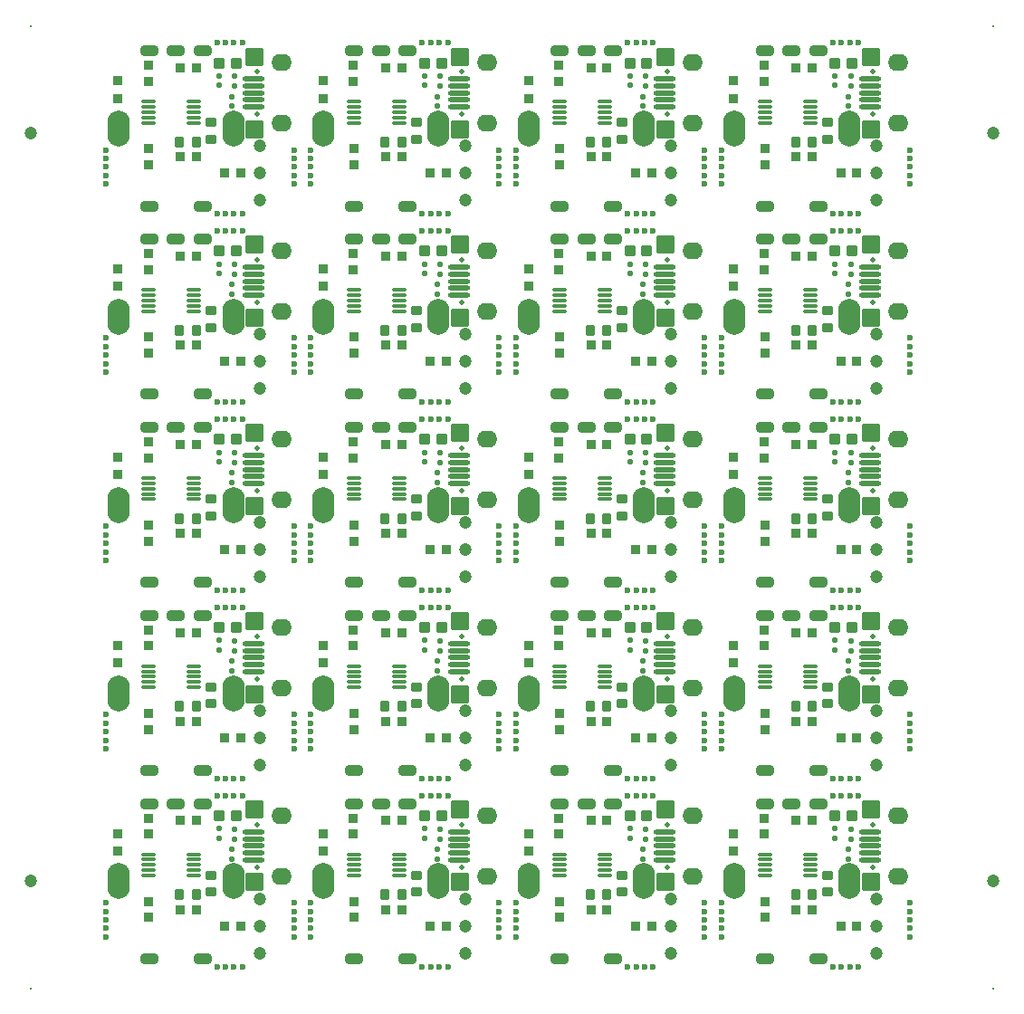
<source format=gbr>
%TF.GenerationSoftware,Altium Limited,Altium Designer,20.1.8 (145)*%
G04 Layer_Color=16711935*
%FSLAX45Y45*%
%MOMM*%
%TF.SameCoordinates,0AB19B83-9B04-4470-A1CB-4E81E99A1085*%
%TF.FilePolarity,Negative*%
%TF.FileFunction,Soldermask,Bot*%
%TF.Part,CustomerPanel*%
G01*
G75*
%TA.AperFunction,WasherPad*%
%ADD11C,0.60000*%
%TA.AperFunction,SMDPad,CuDef*%
%ADD37C,1.20320*%
%ADD38O,1.35000X0.40000*%
G04:AMPARAMS|DCode=39|XSize=1.7mm|YSize=1.7mm|CornerRadius=0.058mm|HoleSize=0mm|Usage=FLASHONLY|Rotation=270.000|XOffset=0mm|YOffset=0mm|HoleType=Round|Shape=RoundedRectangle|*
%AMROUNDEDRECTD39*
21,1,1.70000,1.58400,0,0,270.0*
21,1,1.58400,1.70000,0,0,270.0*
1,1,0.11600,-0.79200,-0.79200*
1,1,0.11600,-0.79200,0.79200*
1,1,0.11600,0.79200,0.79200*
1,1,0.11600,0.79200,-0.79200*
%
%ADD39ROUNDEDRECTD39*%
%TA.AperFunction,ConnectorPad*%
G04:AMPARAMS|DCode=40|XSize=0.45mm|YSize=2.1mm|CornerRadius=0.225mm|HoleSize=0mm|Usage=FLASHONLY|Rotation=270.000|XOffset=0mm|YOffset=0mm|HoleType=Round|Shape=RoundedRectangle|*
%AMROUNDEDRECTD40*
21,1,0.45000,1.65000,0,0,270.0*
21,1,0.00000,2.10000,0,0,270.0*
1,1,0.45000,-0.82500,0.00000*
1,1,0.45000,-0.82500,0.00000*
1,1,0.45000,0.82500,0.00000*
1,1,0.45000,0.82500,0.00000*
%
%ADD40ROUNDEDRECTD40*%
%TA.AperFunction,SMDPad,CuDef*%
G04:AMPARAMS|DCode=41|XSize=0.9mm|YSize=0.8mm|CornerRadius=0.0535mm|HoleSize=0mm|Usage=FLASHONLY|Rotation=0.000|XOffset=0mm|YOffset=0mm|HoleType=Round|Shape=RoundedRectangle|*
%AMROUNDEDRECTD41*
21,1,0.90000,0.69300,0,0,0.0*
21,1,0.79300,0.80000,0,0,0.0*
1,1,0.10700,0.39650,-0.34650*
1,1,0.10700,-0.39650,-0.34650*
1,1,0.10700,-0.39650,0.34650*
1,1,0.10700,0.39650,0.34650*
%
%ADD41ROUNDEDRECTD41*%
G04:AMPARAMS|DCode=42|XSize=0.95mm|YSize=0.85mm|CornerRadius=0.05375mm|HoleSize=0mm|Usage=FLASHONLY|Rotation=270.000|XOffset=0mm|YOffset=0mm|HoleType=Round|Shape=RoundedRectangle|*
%AMROUNDEDRECTD42*
21,1,0.95000,0.74250,0,0,270.0*
21,1,0.84250,0.85000,0,0,270.0*
1,1,0.10750,-0.37125,-0.42125*
1,1,0.10750,-0.37125,0.42125*
1,1,0.10750,0.37125,0.42125*
1,1,0.10750,0.37125,-0.42125*
%
%ADD42ROUNDEDRECTD42*%
G04:AMPARAMS|DCode=43|XSize=0.95mm|YSize=0.85mm|CornerRadius=0.05375mm|HoleSize=0mm|Usage=FLASHONLY|Rotation=0.000|XOffset=0mm|YOffset=0mm|HoleType=Round|Shape=RoundedRectangle|*
%AMROUNDEDRECTD43*
21,1,0.95000,0.74250,0,0,0.0*
21,1,0.84250,0.85000,0,0,0.0*
1,1,0.10750,0.42125,-0.37125*
1,1,0.10750,-0.42125,-0.37125*
1,1,0.10750,-0.42125,0.37125*
1,1,0.10750,0.42125,0.37125*
%
%ADD43ROUNDEDRECTD43*%
G04:AMPARAMS|DCode=44|XSize=0.9mm|YSize=0.8mm|CornerRadius=0.0535mm|HoleSize=0mm|Usage=FLASHONLY|Rotation=90.000|XOffset=0mm|YOffset=0mm|HoleType=Round|Shape=RoundedRectangle|*
%AMROUNDEDRECTD44*
21,1,0.90000,0.69300,0,0,90.0*
21,1,0.79300,0.80000,0,0,90.0*
1,1,0.10700,0.34650,0.39650*
1,1,0.10700,0.34650,-0.39650*
1,1,0.10700,-0.34650,-0.39650*
1,1,0.10700,-0.34650,0.39650*
%
%ADD44ROUNDEDRECTD44*%
G04:AMPARAMS|DCode=45|XSize=0.5mm|YSize=0.5mm|CornerRadius=0.052mm|HoleSize=0mm|Usage=FLASHONLY|Rotation=180.000|XOffset=0mm|YOffset=0mm|HoleType=Round|Shape=RoundedRectangle|*
%AMROUNDEDRECTD45*
21,1,0.50000,0.39600,0,0,180.0*
21,1,0.39600,0.50000,0,0,180.0*
1,1,0.10400,-0.19800,0.19800*
1,1,0.10400,0.19800,0.19800*
1,1,0.10400,0.19800,-0.19800*
1,1,0.10400,-0.19800,-0.19800*
%
%ADD45ROUNDEDRECTD45*%
G04:AMPARAMS|DCode=46|XSize=1mm|YSize=1mm|CornerRadius=0.095mm|HoleSize=0mm|Usage=FLASHONLY|Rotation=180.000|XOffset=0mm|YOffset=0mm|HoleType=Round|Shape=RoundedRectangle|*
%AMROUNDEDRECTD46*
21,1,1.00000,0.81000,0,0,180.0*
21,1,0.81000,1.00000,0,0,180.0*
1,1,0.19000,-0.40500,0.40500*
1,1,0.19000,0.40500,0.40500*
1,1,0.19000,0.40500,-0.40500*
1,1,0.19000,-0.40500,-0.40500*
%
%ADD46ROUNDEDRECTD46*%
%TA.AperFunction,WasherPad*%
%ADD47C,0.29600*%
%TA.AperFunction,ComponentPad*%
%ADD48C,0.50000*%
%ADD49O,1.90000X1.60000*%
G04:AMPARAMS|DCode=50|XSize=1.2mm|YSize=1.2mm|CornerRadius=0.6mm|HoleSize=0mm|Usage=FLASHONLY|Rotation=90.000|XOffset=0mm|YOffset=0mm|HoleType=Round|Shape=RoundedRectangle|*
%AMROUNDEDRECTD50*
21,1,1.20000,0.00000,0,0,90.0*
21,1,0.00000,1.20000,0,0,90.0*
1,1,1.20000,0.00000,0.00000*
1,1,1.20000,0.00000,0.00000*
1,1,1.20000,0.00000,0.00000*
1,1,1.20000,0.00000,0.00000*
%
%ADD50ROUNDEDRECTD50*%
%ADD51O,1.80000X1.10000*%
%ADD52O,2.10000X3.35000*%
G04:AMPARAMS|DCode=53|XSize=2.1mm|YSize=3.35mm|CornerRadius=1.05mm|HoleSize=0mm|Usage=FLASHONLY|Rotation=180.000|XOffset=0mm|YOffset=0mm|HoleType=Round|Shape=RoundedRectangle|*
%AMROUNDEDRECTD53*
21,1,2.10000,1.25000,0,0,180.0*
21,1,0.00000,3.35000,0,0,180.0*
1,1,2.10000,0.00000,0.62500*
1,1,2.10000,0.00000,0.62500*
1,1,2.10000,0.00000,-0.62500*
1,1,2.10000,0.00000,-0.62500*
%
%ADD53ROUNDEDRECTD53*%
D11*
X8000000Y2300000D02*
D03*
X8080000D02*
D03*
X8160000D02*
D03*
X8240000D02*
D03*
X6960000Y980000D02*
D03*
Y1060000D02*
D03*
Y1140000D02*
D03*
Y1220000D02*
D03*
Y1300000D02*
D03*
X8720000Y1060000D02*
D03*
Y1300000D02*
D03*
Y1140000D02*
D03*
Y1220000D02*
D03*
Y980000D02*
D03*
X8240000Y700000D02*
D03*
X8160000D02*
D03*
X8080000D02*
D03*
X8000000D02*
D03*
X6080000D02*
D03*
X6160000D02*
D03*
X6240000D02*
D03*
X6320000D02*
D03*
X6800000Y980000D02*
D03*
Y1220000D02*
D03*
Y1140000D02*
D03*
Y1300000D02*
D03*
Y1060000D02*
D03*
X5040000Y1300000D02*
D03*
Y1220000D02*
D03*
Y1140000D02*
D03*
Y1060000D02*
D03*
Y980000D02*
D03*
X6320000Y2300000D02*
D03*
X6240000D02*
D03*
X6160000D02*
D03*
X6080000D02*
D03*
X4160000D02*
D03*
X4240000D02*
D03*
X4320000D02*
D03*
X4400000D02*
D03*
X3120000Y980000D02*
D03*
Y1060000D02*
D03*
Y1140000D02*
D03*
Y1220000D02*
D03*
Y1300000D02*
D03*
X4880000Y1060000D02*
D03*
Y1300000D02*
D03*
Y1140000D02*
D03*
Y1220000D02*
D03*
Y980000D02*
D03*
X4400000Y700000D02*
D03*
X4320000D02*
D03*
X4240000D02*
D03*
X4160000D02*
D03*
X2240000D02*
D03*
X2320000D02*
D03*
X2400000D02*
D03*
X2480000D02*
D03*
X2960000Y980000D02*
D03*
Y1220000D02*
D03*
Y1140000D02*
D03*
Y1300000D02*
D03*
Y1060000D02*
D03*
X1200000Y1300000D02*
D03*
Y1220000D02*
D03*
Y1140000D02*
D03*
Y1060000D02*
D03*
Y980000D02*
D03*
X2480000Y2300000D02*
D03*
X2400000D02*
D03*
X2320000D02*
D03*
X2240000D02*
D03*
X8000000Y5820000D02*
D03*
X8080000D02*
D03*
X8160000D02*
D03*
X8240000D02*
D03*
X6960000Y4500000D02*
D03*
Y4580000D02*
D03*
Y4660000D02*
D03*
Y4740000D02*
D03*
Y4820000D02*
D03*
X8720000Y4580000D02*
D03*
Y4820000D02*
D03*
Y4660000D02*
D03*
Y4740000D02*
D03*
Y4500000D02*
D03*
X8240000Y4220000D02*
D03*
X8160000D02*
D03*
X8080000D02*
D03*
X8000000D02*
D03*
Y2460000D02*
D03*
X8080000D02*
D03*
X8160000D02*
D03*
X8240000D02*
D03*
X8720000Y2740000D02*
D03*
Y2980000D02*
D03*
Y2900000D02*
D03*
Y3060000D02*
D03*
Y2820000D02*
D03*
X6960000Y3060000D02*
D03*
Y2980000D02*
D03*
Y2900000D02*
D03*
Y2820000D02*
D03*
Y2740000D02*
D03*
X8240000Y4060000D02*
D03*
X8160000D02*
D03*
X8080000D02*
D03*
X8000000D02*
D03*
X6080000Y4220000D02*
D03*
X6160000D02*
D03*
X6240000D02*
D03*
X6320000D02*
D03*
X6800000Y4500000D02*
D03*
Y4740000D02*
D03*
Y4660000D02*
D03*
Y4820000D02*
D03*
Y4580000D02*
D03*
X5040000Y4820000D02*
D03*
Y4740000D02*
D03*
Y4660000D02*
D03*
Y4580000D02*
D03*
Y4500000D02*
D03*
X6320000Y5820000D02*
D03*
X6240000D02*
D03*
X6160000D02*
D03*
X6080000D02*
D03*
Y2460000D02*
D03*
X6160000D02*
D03*
X6240000D02*
D03*
X6320000D02*
D03*
X6800000Y2740000D02*
D03*
Y2980000D02*
D03*
Y2900000D02*
D03*
Y3060000D02*
D03*
Y2820000D02*
D03*
X5040000Y3060000D02*
D03*
Y2980000D02*
D03*
Y2900000D02*
D03*
Y2820000D02*
D03*
Y2740000D02*
D03*
X6320000Y4060000D02*
D03*
X6240000D02*
D03*
X6160000D02*
D03*
X6080000D02*
D03*
X4160000Y5820000D02*
D03*
X4240000D02*
D03*
X4320000D02*
D03*
X4400000D02*
D03*
X3120000Y4500000D02*
D03*
Y4580000D02*
D03*
Y4660000D02*
D03*
Y4740000D02*
D03*
Y4820000D02*
D03*
X4880000Y4580000D02*
D03*
Y4820000D02*
D03*
Y4660000D02*
D03*
Y4740000D02*
D03*
Y4500000D02*
D03*
X4400000Y4220000D02*
D03*
X4320000D02*
D03*
X4240000D02*
D03*
X4160000D02*
D03*
Y2460000D02*
D03*
X4240000D02*
D03*
X4320000D02*
D03*
X4400000D02*
D03*
X4880000Y2740000D02*
D03*
Y2980000D02*
D03*
Y2900000D02*
D03*
Y3060000D02*
D03*
Y2820000D02*
D03*
X3120000Y3060000D02*
D03*
Y2980000D02*
D03*
Y2900000D02*
D03*
Y2820000D02*
D03*
Y2740000D02*
D03*
X4400000Y4060000D02*
D03*
X4320000D02*
D03*
X4240000D02*
D03*
X4160000D02*
D03*
X2240000Y4220000D02*
D03*
X2320000D02*
D03*
X2400000D02*
D03*
X2480000D02*
D03*
X2960000Y4500000D02*
D03*
Y4740000D02*
D03*
Y4660000D02*
D03*
Y4820000D02*
D03*
Y4580000D02*
D03*
X1200000Y4820000D02*
D03*
Y4740000D02*
D03*
Y4660000D02*
D03*
Y4580000D02*
D03*
Y4500000D02*
D03*
X2480000Y5820000D02*
D03*
X2400000D02*
D03*
X2320000D02*
D03*
X2240000D02*
D03*
Y2460000D02*
D03*
X2320000D02*
D03*
X2400000D02*
D03*
X2480000D02*
D03*
X2960000Y2740000D02*
D03*
Y2980000D02*
D03*
Y2900000D02*
D03*
Y3060000D02*
D03*
Y2820000D02*
D03*
X1200000Y3060000D02*
D03*
Y2980000D02*
D03*
Y2900000D02*
D03*
Y2820000D02*
D03*
Y2740000D02*
D03*
X2480000Y4060000D02*
D03*
X2400000D02*
D03*
X2320000D02*
D03*
X2240000D02*
D03*
X4160000Y9340000D02*
D03*
X4240000D02*
D03*
X4320000D02*
D03*
X4400000D02*
D03*
X3120000Y8020000D02*
D03*
Y8100000D02*
D03*
Y8180000D02*
D03*
Y8260000D02*
D03*
Y8340000D02*
D03*
X4880000Y8100000D02*
D03*
Y8340000D02*
D03*
Y8180000D02*
D03*
Y8260000D02*
D03*
Y8020000D02*
D03*
X4400000Y7740000D02*
D03*
X4320000D02*
D03*
X4240000D02*
D03*
X4160000D02*
D03*
Y5980000D02*
D03*
X4240000D02*
D03*
X4320000D02*
D03*
X4400000D02*
D03*
X4880000Y6260000D02*
D03*
Y6500000D02*
D03*
Y6420000D02*
D03*
Y6580000D02*
D03*
Y6340000D02*
D03*
X3120000Y6580000D02*
D03*
Y6500000D02*
D03*
Y6420000D02*
D03*
Y6340000D02*
D03*
Y6260000D02*
D03*
X4400000Y7580000D02*
D03*
X4320000D02*
D03*
X4240000D02*
D03*
X4160000D02*
D03*
X2240000Y7740000D02*
D03*
X2320000D02*
D03*
X2400000D02*
D03*
X2480000D02*
D03*
X2960000Y8020000D02*
D03*
Y8260000D02*
D03*
Y8180000D02*
D03*
Y8340000D02*
D03*
Y8100000D02*
D03*
X1200000Y8340000D02*
D03*
Y8260000D02*
D03*
Y8180000D02*
D03*
Y8100000D02*
D03*
Y8020000D02*
D03*
X2480000Y9340000D02*
D03*
X2400000D02*
D03*
X2320000D02*
D03*
X2240000D02*
D03*
Y5980000D02*
D03*
X2320000D02*
D03*
X2400000D02*
D03*
X2480000D02*
D03*
X2960000Y6260000D02*
D03*
Y6500000D02*
D03*
Y6420000D02*
D03*
Y6580000D02*
D03*
Y6340000D02*
D03*
X1200000Y6580000D02*
D03*
Y6500000D02*
D03*
Y6420000D02*
D03*
Y6340000D02*
D03*
Y6260000D02*
D03*
X2480000Y7580000D02*
D03*
X2400000D02*
D03*
X2320000D02*
D03*
X2240000D02*
D03*
X6080000D02*
D03*
X6160000D02*
D03*
X6240000D02*
D03*
X6320000D02*
D03*
X5040000Y6260000D02*
D03*
Y6340000D02*
D03*
Y6420000D02*
D03*
Y6500000D02*
D03*
Y6580000D02*
D03*
X6800000Y6340000D02*
D03*
Y6580000D02*
D03*
Y6420000D02*
D03*
Y6500000D02*
D03*
Y6260000D02*
D03*
X6320000Y5980000D02*
D03*
X6240000D02*
D03*
X6160000D02*
D03*
X6080000D02*
D03*
Y9340000D02*
D03*
X6160000D02*
D03*
X6240000D02*
D03*
X6320000D02*
D03*
X5040000Y8020000D02*
D03*
Y8100000D02*
D03*
Y8180000D02*
D03*
Y8260000D02*
D03*
Y8340000D02*
D03*
X6800000Y8100000D02*
D03*
Y8340000D02*
D03*
Y8180000D02*
D03*
Y8260000D02*
D03*
Y8020000D02*
D03*
X6320000Y7740000D02*
D03*
X6240000D02*
D03*
X6160000D02*
D03*
X6080000D02*
D03*
X8000000Y7580000D02*
D03*
X8080000D02*
D03*
X8160000D02*
D03*
X8240000D02*
D03*
X6960000Y6260000D02*
D03*
Y6340000D02*
D03*
Y6420000D02*
D03*
Y6500000D02*
D03*
Y6580000D02*
D03*
X8720000Y6340000D02*
D03*
Y6580000D02*
D03*
Y6420000D02*
D03*
Y6500000D02*
D03*
Y6260000D02*
D03*
X8240000Y5980000D02*
D03*
X8160000D02*
D03*
X8080000D02*
D03*
X8000000D02*
D03*
Y7740000D02*
D03*
X8080000D02*
D03*
X8160000D02*
D03*
X8240000D02*
D03*
X8720000Y8020000D02*
D03*
Y8260000D02*
D03*
Y8180000D02*
D03*
Y8340000D02*
D03*
Y8100000D02*
D03*
X6960000Y8340000D02*
D03*
Y8260000D02*
D03*
Y8180000D02*
D03*
Y8100000D02*
D03*
Y8020000D02*
D03*
X8240000Y9340000D02*
D03*
X8160000D02*
D03*
X8080000D02*
D03*
X8000000D02*
D03*
D37*
X9500000Y8500000D02*
D03*
X500000D02*
D03*
X9500000Y1500000D02*
D03*
X500000D02*
D03*
D38*
X2027140Y1753300D02*
D03*
Y1703300D02*
D03*
Y1653300D02*
D03*
Y1603300D02*
D03*
Y1553300D02*
D03*
X1602141Y1753300D02*
D03*
Y1703300D02*
D03*
Y1653300D02*
D03*
Y1603300D02*
D03*
Y1553300D02*
D03*
X3947140Y1753300D02*
D03*
Y1703300D02*
D03*
Y1653300D02*
D03*
Y1603300D02*
D03*
Y1553300D02*
D03*
X3522141Y1753300D02*
D03*
Y1703300D02*
D03*
Y1653300D02*
D03*
Y1603300D02*
D03*
Y1553300D02*
D03*
X5867140Y1753300D02*
D03*
Y1703300D02*
D03*
Y1653300D02*
D03*
Y1603300D02*
D03*
Y1553300D02*
D03*
X5442140Y1753300D02*
D03*
Y1703300D02*
D03*
Y1653300D02*
D03*
Y1603300D02*
D03*
Y1553300D02*
D03*
X7787140Y1753300D02*
D03*
Y1703300D02*
D03*
Y1653300D02*
D03*
Y1603300D02*
D03*
Y1553300D02*
D03*
X7362140Y1753300D02*
D03*
Y1703300D02*
D03*
Y1653300D02*
D03*
Y1603300D02*
D03*
Y1553300D02*
D03*
X2027140Y3513300D02*
D03*
Y3463300D02*
D03*
Y3413300D02*
D03*
Y3363300D02*
D03*
Y3313300D02*
D03*
X1602141Y3513300D02*
D03*
Y3463300D02*
D03*
Y3413300D02*
D03*
Y3363300D02*
D03*
Y3313300D02*
D03*
X3947140Y3513300D02*
D03*
Y3463300D02*
D03*
Y3413300D02*
D03*
Y3363300D02*
D03*
Y3313300D02*
D03*
X3522141Y3513300D02*
D03*
Y3463300D02*
D03*
Y3413300D02*
D03*
Y3363300D02*
D03*
Y3313300D02*
D03*
X5867140Y3513300D02*
D03*
Y3463300D02*
D03*
Y3413300D02*
D03*
Y3363300D02*
D03*
Y3313300D02*
D03*
X5442140Y3513300D02*
D03*
Y3463300D02*
D03*
Y3413300D02*
D03*
Y3363300D02*
D03*
Y3313300D02*
D03*
X7787140Y3513300D02*
D03*
Y3463300D02*
D03*
Y3413300D02*
D03*
Y3363300D02*
D03*
Y3313300D02*
D03*
X7362140Y3513300D02*
D03*
Y3463300D02*
D03*
Y3413300D02*
D03*
Y3363300D02*
D03*
Y3313300D02*
D03*
X2027140Y5273300D02*
D03*
Y5223300D02*
D03*
Y5173300D02*
D03*
Y5123300D02*
D03*
Y5073300D02*
D03*
X1602141Y5273300D02*
D03*
Y5223300D02*
D03*
Y5173300D02*
D03*
Y5123300D02*
D03*
Y5073300D02*
D03*
X3947140Y5273300D02*
D03*
Y5223300D02*
D03*
Y5173300D02*
D03*
Y5123300D02*
D03*
Y5073300D02*
D03*
X3522141Y5273300D02*
D03*
Y5223300D02*
D03*
Y5173300D02*
D03*
Y5123300D02*
D03*
Y5073300D02*
D03*
X5867140Y5273300D02*
D03*
Y5223300D02*
D03*
Y5173300D02*
D03*
Y5123300D02*
D03*
Y5073300D02*
D03*
X5442140Y5273300D02*
D03*
Y5223300D02*
D03*
Y5173300D02*
D03*
Y5123300D02*
D03*
Y5073300D02*
D03*
X7787140Y5273300D02*
D03*
Y5223300D02*
D03*
Y5173300D02*
D03*
Y5123300D02*
D03*
Y5073300D02*
D03*
X7362140Y5273300D02*
D03*
Y5223300D02*
D03*
Y5173300D02*
D03*
Y5123300D02*
D03*
Y5073300D02*
D03*
X2027140Y7033300D02*
D03*
Y6983300D02*
D03*
Y6933300D02*
D03*
Y6883300D02*
D03*
Y6833300D02*
D03*
X1602141Y7033300D02*
D03*
Y6983300D02*
D03*
Y6933300D02*
D03*
Y6883300D02*
D03*
Y6833300D02*
D03*
X3947140Y7033300D02*
D03*
Y6983300D02*
D03*
Y6933300D02*
D03*
Y6883300D02*
D03*
Y6833300D02*
D03*
X3522141Y7033300D02*
D03*
Y6983300D02*
D03*
Y6933300D02*
D03*
Y6883300D02*
D03*
Y6833300D02*
D03*
X5867140Y7033300D02*
D03*
Y6983300D02*
D03*
Y6933300D02*
D03*
Y6883300D02*
D03*
Y6833300D02*
D03*
X5442140Y7033300D02*
D03*
Y6983300D02*
D03*
Y6933300D02*
D03*
Y6883300D02*
D03*
Y6833300D02*
D03*
X7787140Y7033300D02*
D03*
Y6983300D02*
D03*
Y6933300D02*
D03*
Y6883300D02*
D03*
Y6833300D02*
D03*
X7362140Y7033300D02*
D03*
Y6983300D02*
D03*
Y6933300D02*
D03*
Y6883300D02*
D03*
Y6833300D02*
D03*
X2027140Y8793300D02*
D03*
Y8743300D02*
D03*
Y8693300D02*
D03*
Y8643300D02*
D03*
Y8593300D02*
D03*
X1602141Y8793300D02*
D03*
Y8743300D02*
D03*
Y8693300D02*
D03*
Y8643300D02*
D03*
Y8593300D02*
D03*
X3947140Y8793300D02*
D03*
Y8743300D02*
D03*
Y8693300D02*
D03*
Y8643300D02*
D03*
Y8593300D02*
D03*
X3522141Y8793300D02*
D03*
Y8743300D02*
D03*
Y8693300D02*
D03*
Y8643300D02*
D03*
Y8593300D02*
D03*
X5867140Y8793300D02*
D03*
Y8743300D02*
D03*
Y8693300D02*
D03*
Y8643300D02*
D03*
Y8593300D02*
D03*
X5442140Y8793300D02*
D03*
Y8743300D02*
D03*
Y8693300D02*
D03*
Y8643300D02*
D03*
Y8593300D02*
D03*
X7787140Y8793300D02*
D03*
Y8743300D02*
D03*
Y8693300D02*
D03*
Y8643300D02*
D03*
Y8593300D02*
D03*
X7362140Y8793300D02*
D03*
Y8743300D02*
D03*
Y8693300D02*
D03*
Y8643300D02*
D03*
Y8593300D02*
D03*
D39*
X2593480Y1492000D02*
D03*
Y2172000D02*
D03*
X4513480Y1492000D02*
D03*
Y2172000D02*
D03*
X6433480Y1492000D02*
D03*
Y2172000D02*
D03*
X8353480Y1492000D02*
D03*
Y2172000D02*
D03*
X2593480Y3252000D02*
D03*
Y3932000D02*
D03*
X4513480Y3252000D02*
D03*
Y3932000D02*
D03*
X6433480Y3252000D02*
D03*
Y3932000D02*
D03*
X8353480Y3252000D02*
D03*
Y3932000D02*
D03*
X2593480Y5012000D02*
D03*
Y5692000D02*
D03*
X4513480Y5012000D02*
D03*
Y5692000D02*
D03*
X6433480Y5012000D02*
D03*
Y5692000D02*
D03*
X8353480Y5012000D02*
D03*
Y5692000D02*
D03*
X2593480Y6772000D02*
D03*
Y7452000D02*
D03*
X4513480Y6772000D02*
D03*
Y7452000D02*
D03*
X6433480Y6772000D02*
D03*
Y7452000D02*
D03*
X8353480Y6772000D02*
D03*
Y7452000D02*
D03*
X2593480Y8532000D02*
D03*
Y9212000D02*
D03*
X4513480Y8532000D02*
D03*
Y9212000D02*
D03*
X6433480Y8532000D02*
D03*
Y9212000D02*
D03*
X8353480Y8532000D02*
D03*
Y9212000D02*
D03*
D40*
X2585980Y1702000D02*
D03*
Y1767000D02*
D03*
Y1832000D02*
D03*
Y1962000D02*
D03*
Y1897000D02*
D03*
X4505980Y1702000D02*
D03*
Y1767000D02*
D03*
Y1832000D02*
D03*
Y1962000D02*
D03*
Y1897000D02*
D03*
X6425980Y1702000D02*
D03*
Y1767000D02*
D03*
Y1832000D02*
D03*
Y1962000D02*
D03*
Y1897000D02*
D03*
X8345980Y1702000D02*
D03*
Y1767000D02*
D03*
Y1832000D02*
D03*
Y1962000D02*
D03*
Y1897000D02*
D03*
X2585980Y3462000D02*
D03*
Y3527000D02*
D03*
Y3592000D02*
D03*
Y3722000D02*
D03*
Y3657000D02*
D03*
X4505980Y3462000D02*
D03*
Y3527000D02*
D03*
Y3592000D02*
D03*
Y3722000D02*
D03*
Y3657000D02*
D03*
X6425980Y3462000D02*
D03*
Y3527000D02*
D03*
Y3592000D02*
D03*
Y3722000D02*
D03*
Y3657000D02*
D03*
X8345980Y3462000D02*
D03*
Y3527000D02*
D03*
Y3592000D02*
D03*
Y3722000D02*
D03*
Y3657000D02*
D03*
X2585980Y5222000D02*
D03*
Y5287000D02*
D03*
Y5352000D02*
D03*
Y5482000D02*
D03*
Y5417000D02*
D03*
X4505980Y5222000D02*
D03*
Y5287000D02*
D03*
Y5352000D02*
D03*
Y5482000D02*
D03*
Y5417000D02*
D03*
X6425980Y5222000D02*
D03*
Y5287000D02*
D03*
Y5352000D02*
D03*
Y5482000D02*
D03*
Y5417000D02*
D03*
X8345980Y5222000D02*
D03*
Y5287000D02*
D03*
Y5352000D02*
D03*
Y5482000D02*
D03*
Y5417000D02*
D03*
X2585980Y6982000D02*
D03*
Y7047000D02*
D03*
Y7112000D02*
D03*
Y7242000D02*
D03*
Y7177000D02*
D03*
X4505980Y6982000D02*
D03*
Y7047000D02*
D03*
Y7112000D02*
D03*
Y7242000D02*
D03*
Y7177000D02*
D03*
X6425980Y6982000D02*
D03*
Y7047000D02*
D03*
Y7112000D02*
D03*
Y7242000D02*
D03*
Y7177000D02*
D03*
X8345980Y6982000D02*
D03*
Y7047000D02*
D03*
Y7112000D02*
D03*
Y7242000D02*
D03*
Y7177000D02*
D03*
X2585980Y8742000D02*
D03*
Y8807000D02*
D03*
Y8872000D02*
D03*
Y9002000D02*
D03*
Y8937000D02*
D03*
X4505980Y8742000D02*
D03*
Y8807000D02*
D03*
Y8872000D02*
D03*
Y9002000D02*
D03*
Y8937000D02*
D03*
X6425980Y8742000D02*
D03*
Y8807000D02*
D03*
Y8872000D02*
D03*
Y9002000D02*
D03*
Y8937000D02*
D03*
X8345980Y8742000D02*
D03*
Y8807000D02*
D03*
Y8872000D02*
D03*
Y9002000D02*
D03*
Y8937000D02*
D03*
D41*
X1313780Y1948165D02*
D03*
Y1783165D02*
D03*
X1602141Y1311776D02*
D03*
Y1161775D02*
D03*
X1597800Y2092125D02*
D03*
Y1942125D02*
D03*
X3233780Y1948165D02*
D03*
Y1783165D02*
D03*
X3522141Y1311776D02*
D03*
Y1161775D02*
D03*
X3517800Y2092125D02*
D03*
Y1942125D02*
D03*
X5153780Y1948165D02*
D03*
Y1783165D02*
D03*
X5442140Y1311776D02*
D03*
Y1161775D02*
D03*
X5437800Y2092125D02*
D03*
Y1942125D02*
D03*
X7073780Y1948165D02*
D03*
Y1783165D02*
D03*
X7362140Y1311776D02*
D03*
Y1161775D02*
D03*
X7357800Y2092125D02*
D03*
Y1942125D02*
D03*
X1313780Y3708165D02*
D03*
Y3543165D02*
D03*
X1602141Y3071776D02*
D03*
Y2921775D02*
D03*
X1597800Y3852125D02*
D03*
Y3702125D02*
D03*
X3233780Y3708165D02*
D03*
Y3543165D02*
D03*
X3522141Y3071776D02*
D03*
Y2921775D02*
D03*
X3517800Y3852125D02*
D03*
Y3702125D02*
D03*
X5153780Y3708165D02*
D03*
Y3543165D02*
D03*
X5442140Y3071776D02*
D03*
Y2921775D02*
D03*
X5437800Y3852125D02*
D03*
Y3702125D02*
D03*
X7073780Y3708165D02*
D03*
Y3543165D02*
D03*
X7362140Y3071776D02*
D03*
Y2921775D02*
D03*
X7357800Y3852125D02*
D03*
Y3702125D02*
D03*
X1313780Y5468165D02*
D03*
Y5303165D02*
D03*
X1602141Y4831776D02*
D03*
Y4681775D02*
D03*
X1597800Y5612125D02*
D03*
Y5462125D02*
D03*
X3233780Y5468165D02*
D03*
Y5303165D02*
D03*
X3522141Y4831776D02*
D03*
Y4681775D02*
D03*
X3517800Y5612125D02*
D03*
Y5462125D02*
D03*
X5153780Y5468165D02*
D03*
Y5303165D02*
D03*
X5442140Y4831776D02*
D03*
Y4681775D02*
D03*
X5437800Y5612125D02*
D03*
Y5462125D02*
D03*
X7073780Y5468165D02*
D03*
Y5303165D02*
D03*
X7362140Y4831776D02*
D03*
Y4681775D02*
D03*
X7357800Y5612125D02*
D03*
Y5462125D02*
D03*
X1313780Y7228165D02*
D03*
Y7063165D02*
D03*
X1602141Y6591776D02*
D03*
Y6441776D02*
D03*
X1597800Y7372125D02*
D03*
Y7222125D02*
D03*
X3233780Y7228165D02*
D03*
Y7063165D02*
D03*
X3522141Y6591776D02*
D03*
Y6441776D02*
D03*
X3517800Y7372125D02*
D03*
Y7222125D02*
D03*
X5153780Y7228165D02*
D03*
Y7063165D02*
D03*
X5442140Y6591776D02*
D03*
Y6441776D02*
D03*
X5437800Y7372125D02*
D03*
Y7222125D02*
D03*
X7073780Y7228165D02*
D03*
Y7063165D02*
D03*
X7362140Y6591776D02*
D03*
Y6441776D02*
D03*
X7357800Y7372125D02*
D03*
Y7222125D02*
D03*
X1313780Y8988165D02*
D03*
Y8823165D02*
D03*
X1602141Y8351776D02*
D03*
Y8201776D02*
D03*
X1597800Y9132125D02*
D03*
Y8982125D02*
D03*
X3233780Y8988165D02*
D03*
Y8823165D02*
D03*
X3522141Y8351776D02*
D03*
Y8201776D02*
D03*
X3517800Y9132125D02*
D03*
Y8982125D02*
D03*
X5153780Y8988165D02*
D03*
Y8823165D02*
D03*
X5442140Y8351776D02*
D03*
Y8201776D02*
D03*
X5437800Y9132125D02*
D03*
Y8982125D02*
D03*
X7073780Y8988165D02*
D03*
Y8823165D02*
D03*
X7362140Y8351776D02*
D03*
Y8201776D02*
D03*
X7357800Y9132125D02*
D03*
Y8982125D02*
D03*
D42*
X2047080Y1374127D02*
D03*
X1892081D02*
D03*
X3967080D02*
D03*
X3812081D02*
D03*
X5887080D02*
D03*
X5732080D02*
D03*
X7807080D02*
D03*
X7652080D02*
D03*
X2047080Y3134127D02*
D03*
X1892081D02*
D03*
X3967080D02*
D03*
X3812081D02*
D03*
X5887080D02*
D03*
X5732080D02*
D03*
X7807080D02*
D03*
X7652080D02*
D03*
X2047080Y4894127D02*
D03*
X1892081D02*
D03*
X3967080D02*
D03*
X3812081D02*
D03*
X5887080D02*
D03*
X5732080D02*
D03*
X7807080D02*
D03*
X7652080D02*
D03*
X2047080Y6654127D02*
D03*
X1892081D02*
D03*
X3967080D02*
D03*
X3812081D02*
D03*
X5887080D02*
D03*
X5732080D02*
D03*
X7807080D02*
D03*
X7652080D02*
D03*
X2047080Y8414127D02*
D03*
X1892081D02*
D03*
X3967080D02*
D03*
X3812081D02*
D03*
X5887080D02*
D03*
X5732080D02*
D03*
X7807080D02*
D03*
X7652080D02*
D03*
D43*
X2187639Y1400011D02*
D03*
Y1555011D02*
D03*
X4107639Y1400011D02*
D03*
Y1555011D02*
D03*
X6027639Y1400011D02*
D03*
Y1555011D02*
D03*
X7947639Y1400011D02*
D03*
Y1555011D02*
D03*
X2187639Y3160011D02*
D03*
Y3315011D02*
D03*
X4107639Y3160011D02*
D03*
Y3315011D02*
D03*
X6027639Y3160011D02*
D03*
Y3315011D02*
D03*
X7947639Y3160011D02*
D03*
Y3315011D02*
D03*
X2187639Y4920011D02*
D03*
Y5075011D02*
D03*
X4107639Y4920011D02*
D03*
Y5075011D02*
D03*
X6027639Y4920011D02*
D03*
Y5075011D02*
D03*
X7947639Y4920011D02*
D03*
Y5075011D02*
D03*
X2187639Y6680011D02*
D03*
Y6835011D02*
D03*
X4107639Y6680011D02*
D03*
Y6835011D02*
D03*
X6027639Y6680011D02*
D03*
Y6835011D02*
D03*
X7947639Y6680011D02*
D03*
Y6835011D02*
D03*
X2187639Y8440011D02*
D03*
Y8595011D02*
D03*
X4107639Y8440011D02*
D03*
Y8595011D02*
D03*
X6027639Y8440011D02*
D03*
Y8595011D02*
D03*
X7947639Y8440011D02*
D03*
Y8595011D02*
D03*
D44*
X1897460Y2067860D02*
D03*
X2047460D02*
D03*
X2463750Y1081000D02*
D03*
X2313750D02*
D03*
X1897080Y1236776D02*
D03*
X2047080D02*
D03*
X3817460Y2067860D02*
D03*
X3967460D02*
D03*
X4383750Y1081000D02*
D03*
X4233750D02*
D03*
X3817080Y1236776D02*
D03*
X3967080D02*
D03*
X5737460Y2067860D02*
D03*
X5887460D02*
D03*
X6303750Y1081000D02*
D03*
X6153750D02*
D03*
X5737080Y1236776D02*
D03*
X5887080D02*
D03*
X7657460Y2067860D02*
D03*
X7807460D02*
D03*
X8223750Y1081000D02*
D03*
X8073750D02*
D03*
X7657080Y1236776D02*
D03*
X7807080D02*
D03*
X1897460Y3827860D02*
D03*
X2047460D02*
D03*
X2463750Y2841000D02*
D03*
X2313750D02*
D03*
X1897080Y2996776D02*
D03*
X2047080D02*
D03*
X3817460Y3827860D02*
D03*
X3967460D02*
D03*
X4383750Y2841000D02*
D03*
X4233750D02*
D03*
X3817080Y2996776D02*
D03*
X3967080D02*
D03*
X5737460Y3827860D02*
D03*
X5887460D02*
D03*
X6303750Y2841000D02*
D03*
X6153750D02*
D03*
X5737080Y2996776D02*
D03*
X5887080D02*
D03*
X7657460Y3827860D02*
D03*
X7807460D02*
D03*
X8223750Y2841000D02*
D03*
X8073750D02*
D03*
X7657080Y2996776D02*
D03*
X7807080D02*
D03*
X1897460Y5587860D02*
D03*
X2047460D02*
D03*
X2463750Y4601000D02*
D03*
X2313750D02*
D03*
X1897080Y4756776D02*
D03*
X2047080D02*
D03*
X3817460Y5587860D02*
D03*
X3967460D02*
D03*
X4383750Y4601000D02*
D03*
X4233750D02*
D03*
X3817080Y4756776D02*
D03*
X3967080D02*
D03*
X5737460Y5587860D02*
D03*
X5887460D02*
D03*
X6303750Y4601000D02*
D03*
X6153750D02*
D03*
X5737080Y4756776D02*
D03*
X5887080D02*
D03*
X7657460Y5587860D02*
D03*
X7807460D02*
D03*
X8223750Y4601000D02*
D03*
X8073750D02*
D03*
X7657080Y4756776D02*
D03*
X7807080D02*
D03*
X1897460Y7347860D02*
D03*
X2047460D02*
D03*
X2463750Y6361000D02*
D03*
X2313750D02*
D03*
X1897080Y6516776D02*
D03*
X2047080D02*
D03*
X3817460Y7347860D02*
D03*
X3967460D02*
D03*
X4383750Y6361000D02*
D03*
X4233750D02*
D03*
X3817080Y6516776D02*
D03*
X3967080D02*
D03*
X5737460Y7347860D02*
D03*
X5887460D02*
D03*
X6303750Y6361000D02*
D03*
X6153750D02*
D03*
X5737080Y6516776D02*
D03*
X5887080D02*
D03*
X7657460Y7347860D02*
D03*
X7807460D02*
D03*
X8223750Y6361000D02*
D03*
X8073750D02*
D03*
X7657080Y6516776D02*
D03*
X7807080D02*
D03*
X1897460Y9107860D02*
D03*
X2047460D02*
D03*
X2463750Y8121000D02*
D03*
X2313750D02*
D03*
X1897080Y8276776D02*
D03*
X2047080D02*
D03*
X3817460Y9107860D02*
D03*
X3967460D02*
D03*
X4383750Y8121000D02*
D03*
X4233750D02*
D03*
X3817080Y8276776D02*
D03*
X3967080D02*
D03*
X5737460Y9107860D02*
D03*
X5887460D02*
D03*
X6303750Y8121000D02*
D03*
X6153750D02*
D03*
X5737080Y8276776D02*
D03*
X5887080D02*
D03*
X7657460Y9107860D02*
D03*
X7807460D02*
D03*
X8223750Y8121000D02*
D03*
X8073750D02*
D03*
X7657080Y8276776D02*
D03*
X7807080D02*
D03*
D45*
X2382848Y1799620D02*
D03*
Y1709620D02*
D03*
X2408248Y1987000D02*
D03*
Y1897000D02*
D03*
X2261440Y1992080D02*
D03*
Y1902080D02*
D03*
X4302848Y1799620D02*
D03*
Y1709620D02*
D03*
X4328248Y1987000D02*
D03*
Y1897000D02*
D03*
X4181440Y1992080D02*
D03*
Y1902080D02*
D03*
X6222848Y1799620D02*
D03*
Y1709620D02*
D03*
X6248248Y1987000D02*
D03*
Y1897000D02*
D03*
X6101440Y1992080D02*
D03*
Y1902080D02*
D03*
X8142848Y1799620D02*
D03*
Y1709620D02*
D03*
X8168248Y1987000D02*
D03*
Y1897000D02*
D03*
X8021440Y1992080D02*
D03*
Y1902080D02*
D03*
X2382848Y3559620D02*
D03*
Y3469620D02*
D03*
X2408248Y3747000D02*
D03*
Y3657000D02*
D03*
X2261440Y3752080D02*
D03*
Y3662080D02*
D03*
X4302848Y3559620D02*
D03*
Y3469620D02*
D03*
X4328248Y3747000D02*
D03*
Y3657000D02*
D03*
X4181440Y3752080D02*
D03*
Y3662080D02*
D03*
X6222848Y3559620D02*
D03*
Y3469620D02*
D03*
X6248248Y3747000D02*
D03*
Y3657000D02*
D03*
X6101440Y3752080D02*
D03*
Y3662080D02*
D03*
X8142848Y3559620D02*
D03*
Y3469620D02*
D03*
X8168248Y3747000D02*
D03*
Y3657000D02*
D03*
X8021440Y3752080D02*
D03*
Y3662080D02*
D03*
X2382848Y5319620D02*
D03*
Y5229620D02*
D03*
X2408248Y5507000D02*
D03*
Y5417000D02*
D03*
X2261440Y5512080D02*
D03*
Y5422080D02*
D03*
X4302848Y5319620D02*
D03*
Y5229620D02*
D03*
X4328248Y5507000D02*
D03*
Y5417000D02*
D03*
X4181440Y5512080D02*
D03*
Y5422080D02*
D03*
X6222848Y5319620D02*
D03*
Y5229620D02*
D03*
X6248248Y5507000D02*
D03*
Y5417000D02*
D03*
X6101440Y5512080D02*
D03*
Y5422080D02*
D03*
X8142848Y5319620D02*
D03*
Y5229620D02*
D03*
X8168248Y5507000D02*
D03*
Y5417000D02*
D03*
X8021440Y5512080D02*
D03*
Y5422080D02*
D03*
X2382848Y7079620D02*
D03*
Y6989620D02*
D03*
X2408248Y7267000D02*
D03*
Y7177000D02*
D03*
X2261440Y7272080D02*
D03*
Y7182080D02*
D03*
X4302848Y7079620D02*
D03*
Y6989620D02*
D03*
X4328248Y7267000D02*
D03*
Y7177000D02*
D03*
X4181440Y7272080D02*
D03*
Y7182080D02*
D03*
X6222848Y7079620D02*
D03*
Y6989620D02*
D03*
X6248248Y7267000D02*
D03*
Y7177000D02*
D03*
X6101440Y7272080D02*
D03*
Y7182080D02*
D03*
X8142848Y7079620D02*
D03*
Y6989620D02*
D03*
X8168248Y7267000D02*
D03*
Y7177000D02*
D03*
X8021440Y7272080D02*
D03*
Y7182080D02*
D03*
X2382848Y8839620D02*
D03*
Y8749620D02*
D03*
X2408248Y9027000D02*
D03*
Y8937000D02*
D03*
X2261440Y9032080D02*
D03*
Y8942080D02*
D03*
X4302848Y8839620D02*
D03*
Y8749620D02*
D03*
X4328248Y9027000D02*
D03*
Y8937000D02*
D03*
X4181440Y9032080D02*
D03*
Y8942080D02*
D03*
X6222848Y8839620D02*
D03*
Y8749620D02*
D03*
X6248248Y9027000D02*
D03*
Y8937000D02*
D03*
X6101440Y9032080D02*
D03*
Y8942080D02*
D03*
X8142848Y8839620D02*
D03*
Y8749620D02*
D03*
X8168248Y9027000D02*
D03*
Y8937000D02*
D03*
X8021440Y9032080D02*
D03*
Y8942080D02*
D03*
D46*
X2261140Y2112860D02*
D03*
X2421140D02*
D03*
X4181140D02*
D03*
X4341140D02*
D03*
X6101140D02*
D03*
X6261140D02*
D03*
X8021140D02*
D03*
X8181140D02*
D03*
X2261140Y3872860D02*
D03*
X2421140D02*
D03*
X4181140D02*
D03*
X4341140D02*
D03*
X6101140D02*
D03*
X6261140D02*
D03*
X8021140D02*
D03*
X8181140D02*
D03*
X2261140Y5632860D02*
D03*
X2421140D02*
D03*
X4181140D02*
D03*
X4341140D02*
D03*
X6101140D02*
D03*
X6261140D02*
D03*
X8021140D02*
D03*
X8181140D02*
D03*
X2261140Y7392860D02*
D03*
X2421140D02*
D03*
X4181140D02*
D03*
X4341140D02*
D03*
X6101140D02*
D03*
X6261140D02*
D03*
X8021140D02*
D03*
X8181140D02*
D03*
X2261140Y9152860D02*
D03*
X2421140D02*
D03*
X4181140D02*
D03*
X4341140D02*
D03*
X6101140D02*
D03*
X6261140D02*
D03*
X8021140D02*
D03*
X8181140D02*
D03*
D47*
X500000Y500000D02*
D03*
X9500000D02*
D03*
Y9500000D02*
D03*
X500000D02*
D03*
D48*
X2613480Y2032000D02*
D03*
Y1632000D02*
D03*
X4533480Y2032000D02*
D03*
Y1632000D02*
D03*
X6453480Y2032000D02*
D03*
Y1632000D02*
D03*
X8373480Y2032000D02*
D03*
Y1632000D02*
D03*
X2613480Y3792000D02*
D03*
Y3392000D02*
D03*
X4533480Y3792000D02*
D03*
Y3392000D02*
D03*
X6453480Y3792000D02*
D03*
Y3392000D02*
D03*
X8373480Y3792000D02*
D03*
Y3392000D02*
D03*
X2613480Y5552000D02*
D03*
Y5152000D02*
D03*
X4533480Y5552000D02*
D03*
Y5152000D02*
D03*
X6453480Y5552000D02*
D03*
Y5152000D02*
D03*
X8373480Y5552000D02*
D03*
Y5152000D02*
D03*
X2613480Y7312000D02*
D03*
Y6912000D02*
D03*
X4533480Y7312000D02*
D03*
Y6912000D02*
D03*
X6453480Y7312000D02*
D03*
Y6912000D02*
D03*
X8373480Y7312000D02*
D03*
Y6912000D02*
D03*
X2613480Y9072000D02*
D03*
Y8672000D02*
D03*
X4533480Y9072000D02*
D03*
Y8672000D02*
D03*
X6453480Y9072000D02*
D03*
Y8672000D02*
D03*
X8373480Y9072000D02*
D03*
Y8672000D02*
D03*
D49*
X2848480Y1549000D02*
D03*
Y2115000D02*
D03*
X4768480Y1549000D02*
D03*
Y2115000D02*
D03*
X6688480Y1549000D02*
D03*
Y2115000D02*
D03*
X8608480Y1549000D02*
D03*
Y2115000D02*
D03*
X2848480Y3309000D02*
D03*
Y3875000D02*
D03*
X4768480Y3309000D02*
D03*
Y3875000D02*
D03*
X6688480Y3309000D02*
D03*
Y3875000D02*
D03*
X8608480Y3309000D02*
D03*
Y3875000D02*
D03*
X2848480Y5069000D02*
D03*
Y5635000D02*
D03*
X4768480Y5069000D02*
D03*
Y5635000D02*
D03*
X6688480Y5069000D02*
D03*
Y5635000D02*
D03*
X8608480Y5069000D02*
D03*
Y5635000D02*
D03*
X2848480Y6829000D02*
D03*
Y7395000D02*
D03*
X4768480Y6829000D02*
D03*
Y7395000D02*
D03*
X6688480Y6829000D02*
D03*
Y7395000D02*
D03*
X8608480Y6829000D02*
D03*
Y7395000D02*
D03*
X2848480Y8589000D02*
D03*
Y9155000D02*
D03*
X4768480Y8589000D02*
D03*
Y9155000D02*
D03*
X6688480Y8589000D02*
D03*
Y9155000D02*
D03*
X8608480Y8589000D02*
D03*
Y9155000D02*
D03*
D50*
X2644000Y1081000D02*
D03*
Y1335000D02*
D03*
Y827000D02*
D03*
X4564000Y1081000D02*
D03*
Y1335000D02*
D03*
Y827000D02*
D03*
X6484000Y1081000D02*
D03*
Y1335000D02*
D03*
Y827000D02*
D03*
X8404000Y1081000D02*
D03*
Y1335000D02*
D03*
Y827000D02*
D03*
X2644000Y2841000D02*
D03*
Y3095000D02*
D03*
Y2587000D02*
D03*
X4564000Y2841000D02*
D03*
Y3095000D02*
D03*
Y2587000D02*
D03*
X6484000Y2841000D02*
D03*
Y3095000D02*
D03*
Y2587000D02*
D03*
X8404000Y2841000D02*
D03*
Y3095000D02*
D03*
Y2587000D02*
D03*
X2644000Y4601000D02*
D03*
Y4855000D02*
D03*
Y4347000D02*
D03*
X4564000Y4601000D02*
D03*
Y4855000D02*
D03*
Y4347000D02*
D03*
X6484000Y4601000D02*
D03*
Y4855000D02*
D03*
Y4347000D02*
D03*
X8404000Y4601000D02*
D03*
Y4855000D02*
D03*
Y4347000D02*
D03*
X2644000Y6361000D02*
D03*
Y6615000D02*
D03*
Y6107000D02*
D03*
X4564000Y6361000D02*
D03*
Y6615000D02*
D03*
Y6107000D02*
D03*
X6484000Y6361000D02*
D03*
Y6615000D02*
D03*
Y6107000D02*
D03*
X8404000Y6361000D02*
D03*
Y6615000D02*
D03*
Y6107000D02*
D03*
X2644000Y8121000D02*
D03*
Y8375000D02*
D03*
Y7867000D02*
D03*
X4564000Y8121000D02*
D03*
Y8375000D02*
D03*
Y7867000D02*
D03*
X6484000Y8121000D02*
D03*
Y8375000D02*
D03*
Y7867000D02*
D03*
X8404000Y8121000D02*
D03*
Y8375000D02*
D03*
Y7867000D02*
D03*
D51*
X1605420Y775500D02*
D03*
X2105420D02*
D03*
X1855420Y2225500D02*
D03*
X1605420D02*
D03*
X2105420D02*
D03*
X3525420Y775500D02*
D03*
X4025420D02*
D03*
X3775420Y2225500D02*
D03*
X3525420D02*
D03*
X4025420D02*
D03*
X5445420Y775500D02*
D03*
X5945420D02*
D03*
X5695420Y2225500D02*
D03*
X5445420D02*
D03*
X5945420D02*
D03*
X7365420Y775500D02*
D03*
X7865420D02*
D03*
X7615420Y2225500D02*
D03*
X7365420D02*
D03*
X7865420D02*
D03*
X1605420Y2535500D02*
D03*
X2105420D02*
D03*
X1855420Y3985500D02*
D03*
X1605420D02*
D03*
X2105420D02*
D03*
X3525420Y2535500D02*
D03*
X4025420D02*
D03*
X3775420Y3985500D02*
D03*
X3525420D02*
D03*
X4025420D02*
D03*
X5445420Y2535500D02*
D03*
X5945420D02*
D03*
X5695420Y3985500D02*
D03*
X5445420D02*
D03*
X5945420D02*
D03*
X7365420Y2535500D02*
D03*
X7865420D02*
D03*
X7615420Y3985500D02*
D03*
X7365420D02*
D03*
X7865420D02*
D03*
X1605420Y4295500D02*
D03*
X2105420D02*
D03*
X1855420Y5745500D02*
D03*
X1605420D02*
D03*
X2105420D02*
D03*
X3525420Y4295500D02*
D03*
X4025420D02*
D03*
X3775420Y5745500D02*
D03*
X3525420D02*
D03*
X4025420D02*
D03*
X5445420Y4295500D02*
D03*
X5945420D02*
D03*
X5695420Y5745500D02*
D03*
X5445420D02*
D03*
X5945420D02*
D03*
X7365420Y4295500D02*
D03*
X7865420D02*
D03*
X7615420Y5745500D02*
D03*
X7365420D02*
D03*
X7865420D02*
D03*
X1605420Y6055500D02*
D03*
X2105420D02*
D03*
X1855420Y7505500D02*
D03*
X1605420D02*
D03*
X2105420D02*
D03*
X3525420Y6055500D02*
D03*
X4025420D02*
D03*
X3775420Y7505500D02*
D03*
X3525420D02*
D03*
X4025420D02*
D03*
X5445420Y6055500D02*
D03*
X5945420D02*
D03*
X5695420Y7505500D02*
D03*
X5445420D02*
D03*
X5945420D02*
D03*
X7365420Y6055500D02*
D03*
X7865420D02*
D03*
X7615420Y7505500D02*
D03*
X7365420D02*
D03*
X7865420D02*
D03*
X1605420Y7815500D02*
D03*
X2105420D02*
D03*
X1855420Y9265500D02*
D03*
X1605420D02*
D03*
X2105420D02*
D03*
X3525420Y7815500D02*
D03*
X4025420D02*
D03*
X3775420Y9265500D02*
D03*
X3525420D02*
D03*
X4025420D02*
D03*
X5445420Y7815500D02*
D03*
X5945420D02*
D03*
X5695420Y9265500D02*
D03*
X5445420D02*
D03*
X5945420D02*
D03*
X7365420Y7815500D02*
D03*
X7865420D02*
D03*
X7615420Y9265500D02*
D03*
X7365420D02*
D03*
X7865420D02*
D03*
D52*
X1317920Y1500500D02*
D03*
X3237920D02*
D03*
X5157920D02*
D03*
X7077920D02*
D03*
X1317920Y3260500D02*
D03*
X3237920D02*
D03*
X5157920D02*
D03*
X7077920D02*
D03*
X1317920Y5020500D02*
D03*
X3237920D02*
D03*
X5157920D02*
D03*
X7077920D02*
D03*
X1317920Y6780500D02*
D03*
X3237920D02*
D03*
X5157920D02*
D03*
X7077920D02*
D03*
X1317920Y8540500D02*
D03*
X3237920D02*
D03*
X5157920D02*
D03*
X7077920D02*
D03*
D53*
X2392920Y1500500D02*
D03*
X4312920D02*
D03*
X6232920D02*
D03*
X8152920D02*
D03*
X2392920Y3260500D02*
D03*
X4312920D02*
D03*
X6232920D02*
D03*
X8152920D02*
D03*
X2392920Y5020500D02*
D03*
X4312920D02*
D03*
X6232920D02*
D03*
X8152920D02*
D03*
X2392920Y6780500D02*
D03*
X4312920D02*
D03*
X6232920D02*
D03*
X8152920D02*
D03*
X2392920Y8540500D02*
D03*
X4312920D02*
D03*
X6232920D02*
D03*
X8152920D02*
D03*
%TF.MD5,2414020c46fbd53cd2bb6745e21dcda3*%
M02*

</source>
